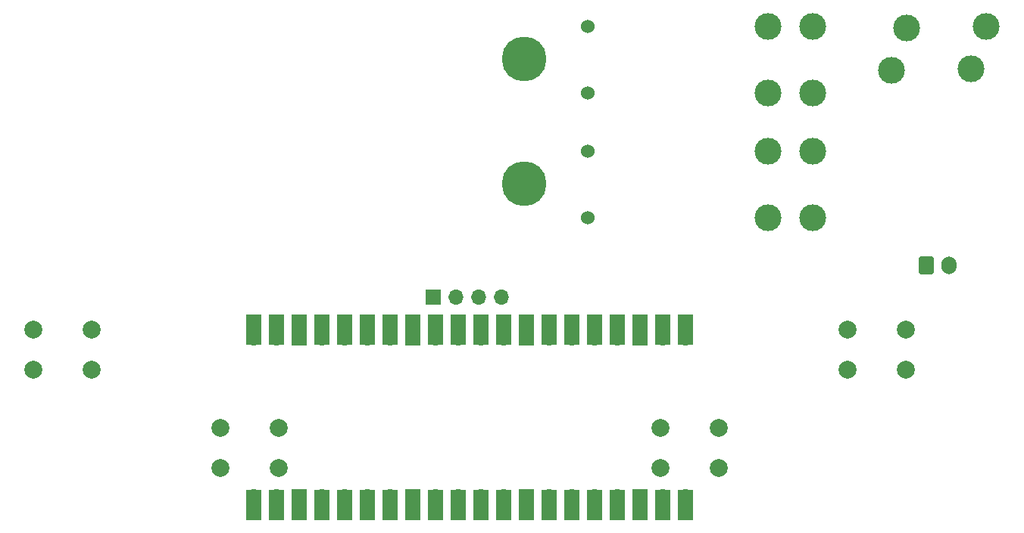
<source format=gbr>
%TF.GenerationSoftware,KiCad,Pcbnew,7.0.8-7.0.8~ubuntu20.04.1*%
%TF.CreationDate,2023-11-26T17:45:29+01:00*%
%TF.ProjectId,bouilloire_pcb,626f7569-6c6c-46f6-9972-655f7063622e,rev?*%
%TF.SameCoordinates,Original*%
%TF.FileFunction,Soldermask,Bot*%
%TF.FilePolarity,Negative*%
%FSLAX46Y46*%
G04 Gerber Fmt 4.6, Leading zero omitted, Abs format (unit mm)*
G04 Created by KiCad (PCBNEW 7.0.8-7.0.8~ubuntu20.04.1) date 2023-11-26 17:45:29*
%MOMM*%
%LPD*%
G01*
G04 APERTURE LIST*
G04 Aperture macros list*
%AMRoundRect*
0 Rectangle with rounded corners*
0 $1 Rounding radius*
0 $2 $3 $4 $5 $6 $7 $8 $9 X,Y pos of 4 corners*
0 Add a 4 corners polygon primitive as box body*
4,1,4,$2,$3,$4,$5,$6,$7,$8,$9,$2,$3,0*
0 Add four circle primitives for the rounded corners*
1,1,$1+$1,$2,$3*
1,1,$1+$1,$4,$5*
1,1,$1+$1,$6,$7*
1,1,$1+$1,$8,$9*
0 Add four rect primitives between the rounded corners*
20,1,$1+$1,$2,$3,$4,$5,0*
20,1,$1+$1,$4,$5,$6,$7,0*
20,1,$1+$1,$6,$7,$8,$9,0*
20,1,$1+$1,$8,$9,$2,$3,0*%
G04 Aperture macros list end*
%ADD10R,1.700000X1.700000*%
%ADD11O,1.700000X1.700000*%
%ADD12C,2.000000*%
%ADD13C,3.000000*%
%ADD14C,1.524000*%
%ADD15C,5.000000*%
%ADD16RoundRect,0.250000X-0.600000X-0.750000X0.600000X-0.750000X0.600000X0.750000X-0.600000X0.750000X0*%
%ADD17O,1.700000X2.000000*%
%ADD18R,1.700000X3.500000*%
G04 APERTURE END LIST*
D10*
%TO.C,J1*%
X59690000Y25400000D03*
D11*
X62230000Y25400000D03*
X64770000Y25400000D03*
X67310000Y25400000D03*
%TD*%
D12*
%TO.C,SW2*%
X35910000Y10750000D03*
X42410000Y10750000D03*
X35910000Y6250000D03*
X42410000Y6250000D03*
%TD*%
D13*
%TO.C,K2*%
X97105000Y55725000D03*
X97105000Y48225000D03*
X102145000Y55725000D03*
X102145000Y48225000D03*
D14*
X76945000Y55725000D03*
X76945000Y48225000D03*
%TD*%
D13*
%TO.C,K1*%
X97105000Y41755000D03*
X97105000Y34255000D03*
X102145000Y41755000D03*
X102145000Y34255000D03*
D14*
X76945000Y41755000D03*
X76945000Y34255000D03*
%TD*%
D15*
%TO.C,J5*%
X69850000Y38100000D03*
%TD*%
%TO.C,J6*%
X69850000Y52070000D03*
%TD*%
D13*
%TO.C,J4*%
X112628731Y55573639D03*
X110891269Y50800000D03*
%TD*%
D12*
%TO.C,SW1*%
X15000000Y21750000D03*
X21500000Y21750000D03*
X15000000Y17250000D03*
X21500000Y17250000D03*
%TD*%
D16*
%TO.C,J2*%
X114848000Y28956000D03*
D17*
X117348000Y28956000D03*
%TD*%
D12*
%TO.C,SW3*%
X85100000Y10750000D03*
X91600000Y10750000D03*
X85100000Y6250000D03*
X91600000Y6250000D03*
%TD*%
D13*
%TO.C,J3*%
X119781269Y50953180D03*
X121518731Y55726819D03*
%TD*%
D12*
%TO.C,SW4*%
X106000000Y21750000D03*
X112500000Y21750000D03*
X106000000Y17250000D03*
X112500000Y17250000D03*
%TD*%
D11*
%TO.C,U1*%
X87884000Y3048000D03*
D18*
X87884000Y2148000D03*
D11*
X85344000Y3048000D03*
D18*
X85344000Y2148000D03*
D10*
X82804000Y3048000D03*
D18*
X82804000Y2148000D03*
D11*
X80264000Y3048000D03*
D18*
X80264000Y2148000D03*
D11*
X77724000Y3048000D03*
D18*
X77724000Y2148000D03*
D11*
X75184000Y3048000D03*
D18*
X75184000Y2148000D03*
D11*
X72644000Y3048000D03*
D18*
X72644000Y2148000D03*
D10*
X70104000Y3048000D03*
D18*
X70104000Y2148000D03*
D11*
X67564000Y3048000D03*
D18*
X67564000Y2148000D03*
D11*
X65024000Y3048000D03*
D18*
X65024000Y2148000D03*
D11*
X62484000Y3048000D03*
D18*
X62484000Y2148000D03*
D11*
X59944000Y3048000D03*
D18*
X59944000Y2148000D03*
D10*
X57404000Y3048000D03*
D18*
X57404000Y2148000D03*
D11*
X54864000Y3048000D03*
D18*
X54864000Y2148000D03*
D11*
X52324000Y3048000D03*
D18*
X52324000Y2148000D03*
D11*
X49784000Y3048000D03*
D18*
X49784000Y2148000D03*
D11*
X47244000Y3048000D03*
D18*
X47244000Y2148000D03*
D10*
X44704000Y3048000D03*
D18*
X44704000Y2148000D03*
D11*
X42164000Y3048000D03*
D18*
X42164000Y2148000D03*
D11*
X39624000Y3048000D03*
D18*
X39624000Y2148000D03*
D11*
X39624000Y20828000D03*
D18*
X39624000Y21728000D03*
D11*
X42164000Y20828000D03*
D18*
X42164000Y21728000D03*
D10*
X44704000Y20828000D03*
D18*
X44704000Y21728000D03*
D11*
X47244000Y20828000D03*
D18*
X47244000Y21728000D03*
D11*
X49784000Y20828000D03*
D18*
X49784000Y21728000D03*
D11*
X52324000Y20828000D03*
D18*
X52324000Y21728000D03*
D11*
X54864000Y20828000D03*
D18*
X54864000Y21728000D03*
D10*
X57404000Y20828000D03*
D18*
X57404000Y21728000D03*
D11*
X59944000Y20828000D03*
D18*
X59944000Y21728000D03*
D11*
X62484000Y20828000D03*
D18*
X62484000Y21728000D03*
D11*
X65024000Y20828000D03*
D18*
X65024000Y21728000D03*
D11*
X67564000Y20828000D03*
D18*
X67564000Y21728000D03*
D10*
X70104000Y20828000D03*
D18*
X70104000Y21728000D03*
D11*
X72644000Y20828000D03*
D18*
X72644000Y21728000D03*
D11*
X75184000Y20828000D03*
D18*
X75184000Y21728000D03*
D11*
X77724000Y20828000D03*
D18*
X77724000Y21728000D03*
D11*
X80264000Y20828000D03*
D18*
X80264000Y21728000D03*
D10*
X82804000Y20828000D03*
D18*
X82804000Y21728000D03*
D11*
X85344000Y20828000D03*
D18*
X85344000Y21728000D03*
D11*
X87884000Y20828000D03*
D18*
X87884000Y21728000D03*
%TD*%
M02*

</source>
